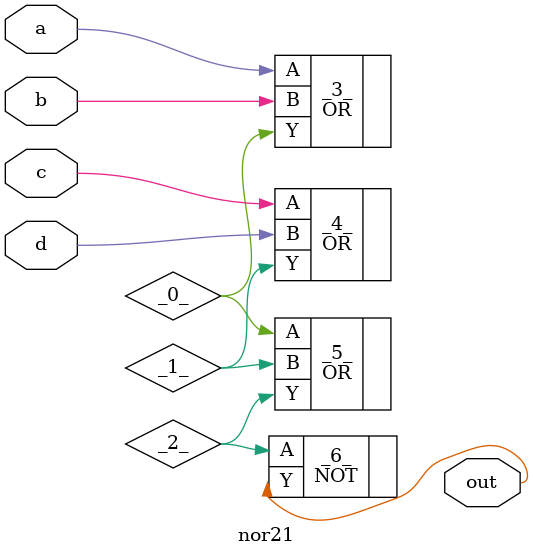
<source format=v>
/* Generated by Yosys 0.41+83 (git sha1 7045cf509, x86_64-w64-mingw32-g++ 13.2.1 -Os) */

/* cells_not_processed =  1  */
/* src = "nor21.v:2.1-12.10" */
module nor21(a, b, c, d, out);
  wire _0_;
  wire _1_;
  wire _2_;
  /* src = "nor21.v:3.9-3.10" */
  input a;
  wire a;
  /* src = "nor21.v:4.9-4.10" */
  input b;
  wire b;
  /* src = "nor21.v:5.9-5.10" */
  input c;
  wire c;
  /* src = "nor21.v:6.9-6.10" */
  input d;
  wire d;
  /* src = "nor21.v:7.10-7.13" */
  output out;
  wire out;
  OR _3_ (
    .A(a),
    .B(b),
    .Y(_0_)
  );
  OR _4_ (
    .A(c),
    .B(d),
    .Y(_1_)
  );
  OR _5_ (
    .A(_0_),
    .B(_1_),
    .Y(_2_)
  );
  NOT _6_ (
    .A(_2_),
    .Y(out)
  );
endmodule

</source>
